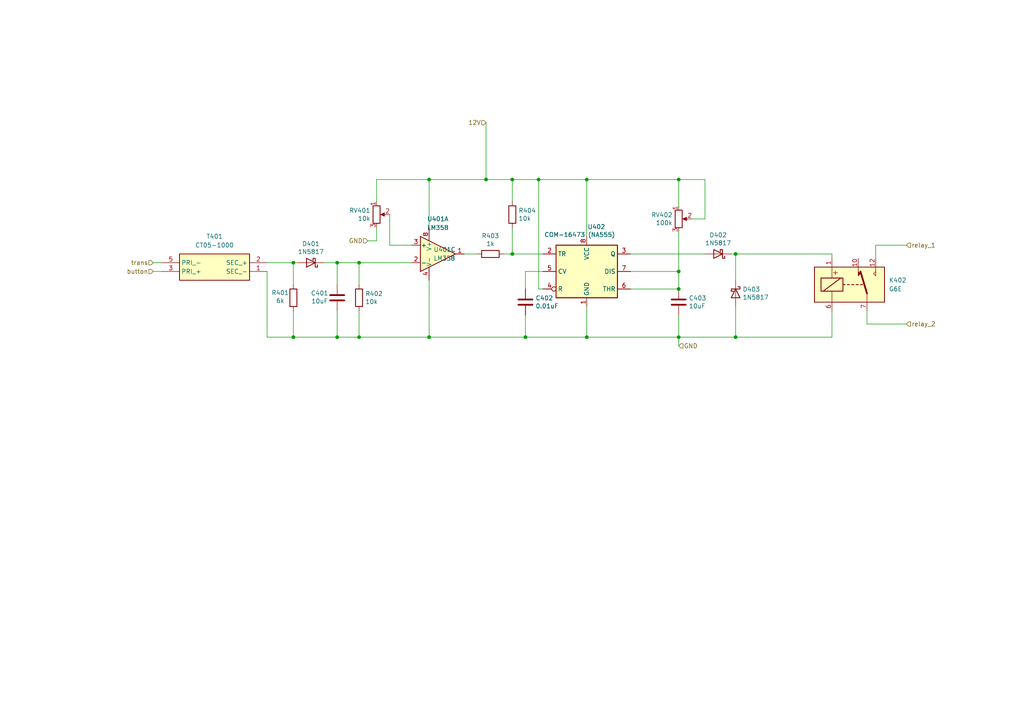
<source format=kicad_sch>
(kicad_sch (version 20250114) (generator "eeschema") (generator_version "9.0")
  (paper "A4")
  (title_block (title "Video Doorbell Adapter") (date "2025-08-26") (rev "0.1.5") (comment 1 "Current Sense and Relay module"))
  (lib_symbols
    (symbol "Amplifier_Operational:LM358" (pin_names (offset 0.127))
      (property "Reference" "U" (at 0 5.08 0))
      (property "Value" "LM358" (at 0 -5.08 0))
      (symbol "LM358_1_1"
        (polyline (pts (xy -5.08 5.08) (xy 5.08 0) (xy -5.08 -5.08) (xy -5.08 5.08)) (stroke (width 0.254)) (fill (type background)))
        (pin input line (at -7.62 2.54 0) (length 2.54) (name "+") (number "3"))
        (pin input line (at -7.62 -2.54 0) (length 2.54) (name "-") (number "2"))
        (pin output line (at 7.62 0 180) (length 2.54) (name "~") (number "1"))
      )
      (symbol "LM358_2_1"
        (polyline (pts (xy -5.08 5.08) (xy 5.08 0) (xy -5.08 -5.08) (xy -5.08 5.08)) (stroke (width 0.254)) (fill (type background)))
        (pin input line (at -7.62 2.54 0) (length 2.54) (name "+") (number "5"))
        (pin input line (at -7.62 -2.54 0) (length 2.54) (name "-") (number "6"))
        (pin output line (at 7.62 0 180) (length 2.54) (name "~") (number "7"))
      )
      (symbol "LM358_3_1"
        (pin power_in line (at -2.54 7.62 270) (length 3.81) (name "V+") (number "8"))
        (pin power_in line (at -2.54 -7.62 90) (length 3.81) (name "V-") (number "4"))
      )
    )
    (symbol "Device:C" (pin_numbers (hide yes)) (pin_names (offset 0.254))
      (property "Reference" "C" (at 0.635 2.54 0))
      (property "Value" "C" (at 0.635 -2.54 0))
      (symbol "C_0_1"
        (polyline (pts (xy -2.032 0.762) (xy 2.032 0.762)) (stroke (width 0.508)))
        (polyline (pts (xy -2.032 -0.762) (xy 2.032 -0.762)) (stroke (width 0.508)))
      )
      (symbol "C_1_1"
        (pin passive line (at 0 3.81 270) (length 2.794) (name "~") (number "1"))
        (pin passive line (at 0 -3.81 90) (length 2.794) (name "~") (number "2"))
      )
    )
    (symbol "Device:R" (pin_numbers (hide yes)) (pin_names (offset 0))
      (property "Reference" "R" (at 2.032 0 90))
      (property "Value" "R" (at 0 0 90))
      (symbol "R_0_1"
        (rectangle (start -1.016 -2.54) (end 1.016 2.54) (stroke (width 0.254)))
      )
      (symbol "R_1_1"
        (pin passive line (at 0 3.81 270) (length 1.27) (name "~") (number "1"))
        (pin passive line (at 0 -3.81 90) (length 1.27) (name "~") (number "2"))
      )
    )
    (symbol "Device:R_POT" (pin_names (offset 1.016) (hide yes))
      (property "Reference" "RV" (at -4.445 0 90))
      (property "Value" "Device_R_POT" (at -2.54 0 90))
      (symbol "R_POT_0_1"
        (rectangle (start 1.016 2.54) (end -1.016 -2.54) (stroke (width 0.254)))
        (polyline (pts (xy 1.143 0) (xy 2.286 0.508) (xy 2.286 -0.508) (xy 1.143 0)) (fill (type outline)))
        (polyline (pts (xy 2.54 0) (xy 1.524 0)))
      )
      (symbol "R_POT_1_1"
        (pin passive line (at 0 3.81 270) (length 1.27) (name "1") (number "1"))
        (pin passive line (at 0 -3.81 90) (length 1.27) (name "3") (number "3"))
        (pin passive line (at 3.81 0 180) (length 1.27) (name "2") (number "2"))
      )
    )
    (symbol "Diode:1N5817" (pin_numbers (hide yes)) (pin_names (offset 1.016) (hide yes))
      (property "Reference" "D" (at 0 2.54 0))
      (property "Value" "1N5817" (at 0 -2.54 0))
      (symbol "1N5817_0_1"
        (polyline (pts (xy -1.905 0.635) (xy -1.905 1.27) (xy -1.27 1.27) (xy -1.27 -1.27) (xy -0.635 -1.27) (xy -0.635 -0.635)) (stroke (width 0.254)))
        (polyline (pts (xy 1.27 1.27) (xy 1.27 -1.27) (xy -1.27 0) (xy 1.27 1.27)) (stroke (width 0.254)))
        (polyline (pts (xy 1.27 0) (xy -1.27 0)))
      )
      (symbol "1N5817_1_1"
        (pin passive line (at -3.81 0 0) (length 2.54) (name "K") (number "1"))
        (pin passive line (at 3.81 0 180) (length 2.54) (name "A") (number "2"))
      )
    )
    (symbol "Relay:G6E"
      (property "Reference" "K" (at 11.43 3.81 0))
      (property "Value" "G6E" (at 11.43 1.27 0))
      (symbol "G6E_0_0"
        (polyline (pts (xy 7.62 5.08) (xy 7.62 2.54) (xy 6.985 3.175) (xy 7.62 3.81)))
        (text "+" (at -4.064 3.556 0) (effects (font (size 1.524 1.524))))
      )
      (symbol "G6E_0_1"
        (rectangle (start -10.16 5.08) (end 10.16 -5.08) (stroke (width 0.254)) (fill (type background)))
        (rectangle (start -8.255 1.905) (end -1.905 -1.905) (stroke (width 0.254)))
        (polyline (pts (xy -7.62 -1.905) (xy -2.54 1.905)) (stroke (width 0.254)))
        (polyline (pts (xy -5.08 5.08) (xy -5.08 1.905)))
        (polyline (pts (xy -5.08 -5.08) (xy -5.08 -1.905)))
        (polyline (pts (xy -1.905 0) (xy -1.27 0)) (stroke (width 0.254)))
        (polyline (pts (xy -0.635 0) (xy 0 0)) (stroke (width 0.254)))
        (polyline (pts (xy 0.635 0) (xy 1.27 0)) (stroke (width 0.254)))
        (polyline (pts (xy 1.905 0) (xy 2.54 0)) (stroke (width 0.254)))
        (polyline (pts (xy 2.54 5.08) (xy 2.54 2.54) (xy 3.175 3.175) (xy 2.54 3.81)) (fill (type outline)))
        (polyline (pts (xy 3.175 0) (xy 3.81 0)) (stroke (width 0.254)))
        (polyline (pts (xy 5.08 -2.54) (xy 3.175 3.81)) (stroke (width 0.508)))
        (polyline (pts (xy 5.08 -2.54) (xy 5.08 -5.08)))
      )
      (symbol "G6E_1_1"
        (pin passive line (at -5.08 7.62 270) (length 2.54) (name "~") (number "1"))
        (pin passive line (at -5.08 -7.62 90) (length 2.54) (name "~") (number "6"))
        (pin passive line (at 2.54 7.62 270) (length 2.54) (name "~") (number "10"))
        (pin passive line (at 5.08 -7.62 90) (length 2.54) (name "~") (number "7"))
        (pin passive line (at 7.62 7.62 270) (length 2.54) (name "~") (number "12"))
      )
    )
    (symbol "Timer:LM555"
      (property "Reference" "U" (at -10.16 8.89 0))
      (property "Value" "Timer_LM555" (at 2.54 8.89 0))
      (symbol "LM555_0_0"
        (pin power_in line (at 0 10.16 270) (length 2.54) (name "VCC") (number "8"))
        (pin power_in line (at 0 -10.16 90) (length 2.54) (name "GND") (number "1"))
      )
      (symbol "LM555_0_1"
        (rectangle (start -8.89 -7.62) (end 8.89 7.62) (stroke (width 0.254)) (fill (type background)))
        (rectangle (start -8.89 -7.62) (end 8.89 7.62) (stroke (width 0.254)) (fill (type background)))
      )
      (symbol "LM555_1_1"
        (pin input line (at -12.7 5.08 0) (length 3.81) (name "TR") (number "2"))
        (pin input line (at -12.7 0 0) (length 3.81) (name "CV") (number "5"))
        (pin input inverted (at -12.7 -5.08 0) (length 3.81) (name "R") (number "4"))
        (pin output line (at 12.7 5.08 180) (length 3.81) (name "Q") (number "3"))
        (pin input line (at 12.7 0 180) (length 3.81) (name "DIS") (number "7"))
        (pin input line (at 12.7 -5.08 180) (length 3.81) (name "THR") (number "6"))
      )
    )
    (symbol "Transformer:CT05-1000"
      (property "Reference" "T" (at 26.67 7.62 0))
      (property "Value" "CT05-1000" (at 26.67 5.08 0))
      (symbol "CT05-1000_1_1"
        (rectangle (start 5.08 2.54) (end 25.4 -5.08) (stroke (width 0.254)) (fill (type background)))
        (pin passive line (at 0 0 0) (length 5.08) (name "SEC_-") (number "1"))
        (pin passive line (at 0 -2.54 0) (length 5.08) (name "SEC_+") (number "2"))
        (pin passive line (at 30.48 0 180) (length 5.08) (name "PRI_+") (number "3"))
        (pin passive line (at 30.48 -2.54 180) (length 5.08) (name "PRI_-") (number "5"))
      )
    )
  )
  (junction (at 213.36 73.66))
  (junction (at 170.18 97.79))
  (junction (at 140.97 52.07))
  (junction (at 85.09 76.2))
  (junction (at 97.79 76.2))
  (junction (at 156.21 52.07))
  (junction (at 85.09 97.79))
  (junction (at 213.36 97.79))
  (junction (at 124.46 52.07))
  (junction (at 148.59 52.07))
  (junction (at 104.14 76.2))
  (junction (at 196.85 97.79))
  (junction (at 148.59 73.66))
  (junction (at 196.85 83.82))
  (junction (at 97.79 97.79))
  (junction (at 196.85 78.74))
  (junction (at 152.4 97.79))
  (junction (at 104.14 97.79))
  (junction (at 124.46 97.79))
  (junction (at 170.18 52.07))
  (junction (at 196.85 52.07))
  (wire (pts (xy 77.47 78.74) (xy 77.47 97.79)))
  (wire (pts (xy 182.88 73.66) (xy 204.47 73.66)))
  (wire (pts (xy 93.98 76.2) (xy 97.79 76.2)))
  (wire (pts (xy 124.46 81.28) (xy 124.46 97.79)))
  (wire (pts (xy 124.46 52.07) (xy 124.46 66.04)))
  (wire (pts (xy 204.47 63.5) (xy 200.66 63.5)))
  (wire (pts (xy 104.14 76.2) (xy 119.38 76.2)))
  (wire (pts (xy 104.14 97.79) (xy 124.46 97.79)))
  (wire (pts (xy 182.88 78.74) (xy 196.85 78.74)))
  (wire (pts (xy 148.59 52.07) (xy 156.21 52.07)))
  (wire (pts (xy 213.36 73.66) (xy 241.3 73.66)))
  (wire (pts (xy 109.22 52.07) (xy 109.22 58.42)))
  (wire (pts (xy 113.03 62.23) (xy 113.03 71.12)))
  (wire (pts (xy 104.14 82.55) (xy 104.14 76.2)))
  (wire (pts (xy 170.18 52.07) (xy 196.85 52.07)))
  (wire (pts (xy 251.46 93.98) (xy 262.89 93.98)))
  (wire (pts (xy 254 71.12) (xy 254 74.93)))
  (wire (pts (xy 170.18 88.9) (xy 170.18 97.79)))
  (wire (pts (xy 196.85 97.79) (xy 196.85 100.33)))
  (wire (pts (xy 113.03 71.12) (xy 119.38 71.12)))
  (wire (pts (xy 251.46 90.17) (xy 251.46 93.98)))
  (wire (pts (xy 140.97 52.07) (xy 148.59 52.07)))
  (wire (pts (xy 109.22 52.07) (xy 124.46 52.07)))
  (wire (pts (xy 148.59 73.66) (xy 157.48 73.66)))
  (wire (pts (xy 196.85 59.69) (xy 196.85 52.07)))
  (wire (pts (xy 148.59 66.04) (xy 148.59 73.66)))
  (wire (pts (xy 146.05 73.66) (xy 148.59 73.66)))
  (wire (pts (xy 241.3 90.17) (xy 241.3 97.79)))
  (wire (pts (xy 44.45 76.2) (xy 46.99 76.2)))
  (wire (pts (xy 104.14 76.2) (xy 97.79 76.2)))
  (wire (pts (xy 152.4 78.74) (xy 152.4 83.82)))
  (wire (pts (xy 97.79 97.79) (xy 104.14 97.79)))
  (wire (pts (xy 97.79 90.17) (xy 97.79 97.79)))
  (wire (pts (xy 262.89 71.12) (xy 254 71.12)))
  (wire (pts (xy 196.85 67.31) (xy 196.85 78.74)))
  (wire (pts (xy 241.3 73.66) (xy 241.3 74.93)))
  (wire (pts (xy 213.36 97.79) (xy 196.85 97.79)))
  (wire (pts (xy 124.46 52.07) (xy 140.97 52.07)))
  (wire (pts (xy 152.4 91.44) (xy 152.4 97.79)))
  (wire (pts (xy 134.62 73.66) (xy 138.43 73.66)))
  (wire (pts (xy 104.14 90.17) (xy 104.14 97.79)))
  (wire (pts (xy 170.18 68.58) (xy 170.18 52.07)))
  (wire (pts (xy 109.22 69.85) (xy 106.68 69.85)))
  (wire (pts (xy 77.47 97.79) (xy 85.09 97.79)))
  (wire (pts (xy 124.46 97.79) (xy 152.4 97.79)))
  (wire (pts (xy 196.85 91.44) (xy 196.85 97.79)))
  (wire (pts (xy 77.47 76.2) (xy 85.09 76.2)))
  (wire (pts (xy 148.59 52.07) (xy 148.59 58.42)))
  (wire (pts (xy 109.22 66.04) (xy 109.22 69.85)))
  (wire (pts (xy 182.88 83.82) (xy 196.85 83.82)))
  (wire (pts (xy 212.09 73.66) (xy 213.36 73.66)))
  (wire (pts (xy 97.79 82.55) (xy 97.79 76.2)))
  (wire (pts (xy 140.97 35.56) (xy 140.97 52.07)))
  (wire (pts (xy 241.3 97.79) (xy 213.36 97.79)))
  (wire (pts (xy 85.09 97.79) (xy 85.09 90.17)))
  (wire (pts (xy 156.21 83.82) (xy 157.48 83.82)))
  (wire (pts (xy 196.85 52.07) (xy 204.47 52.07)))
  (wire (pts (xy 85.09 97.79) (xy 97.79 97.79)))
  (wire (pts (xy 196.85 83.82) (xy 196.85 78.74)))
  (wire (pts (xy 213.36 88.9) (xy 213.36 97.79)))
  (wire (pts (xy 170.18 97.79) (xy 196.85 97.79)))
  (wire (pts (xy 44.45 78.74) (xy 46.99 78.74)))
  (wire (pts (xy 157.48 78.74) (xy 152.4 78.74)))
  (wire (pts (xy 152.4 97.79) (xy 170.18 97.79)))
  (wire (pts (xy 85.09 76.2) (xy 85.09 82.55)))
  (wire (pts (xy 213.36 73.66) (xy 213.36 81.28)))
  (wire (pts (xy 156.21 52.07) (xy 170.18 52.07)))
  (wire (pts (xy 156.21 83.82) (xy 156.21 52.07)))
  (wire (pts (xy 204.47 52.07) (xy 204.47 63.5)))
  (wire (pts (xy 86.36 76.2) (xy 85.09 76.2)))
  (hierarchical_label "12V" (shape input) (at 140.97 35.56 180))
  (hierarchical_label "GND" (shape input) (at 106.68 69.85 180))
  (hierarchical_label "relay_2" (shape input) (at 262.89 93.98 0))
  (hierarchical_label "trans" (shape input) (at 44.45 76.2 180))
  (hierarchical_label "relay_1" (shape input) (at 262.89 71.12 0))
  (hierarchical_label "button" (shape input) (at 44.45 78.74 180))
  (hierarchical_label "GND" (shape input) (at 196.85 100.33 0))
  (symbol (lib_id "Device:R") (at 85.09 86.36 0) (unit 1)
    (property "Reference" "R301" (at 81.28 84.9122 0))
    (property "Value" "6k" (at 81.28 87.2236 0))
    (property "Footprint" "Resistor_THT:R_Axial_DIN0411_L9.9mm_D3.6mm_P15.24mm_Horizontal" (effects (hide yes)))
    (instances (project "doorbell" (path "" (reference "R401") (unit 1)) (path "" (reference "R301") (unit 1)) (path "" (reference "R501") (unit 1))))
  )
  (symbol (lib_id "Device:C") (at 97.79 86.36 0) (unit 1)
    (property "Reference" "C301" (at 92.71 85.0392 0))
    (property "Value" "10uF" (at 92.71 87.3506 0))
    (property "Footprint" "Capacitor_THT:C_Disc_D5.0mm_W2.5mm_P5.00mm" (effects (hide yes)))
    (instances (project "doorbell" (path "" (reference "C401") (unit 1)) (path "" (reference "C301") (unit 1)) (path "" (reference "C501") (unit 1))))
  )
  (symbol (lib_id "Device:R_POT") (at 109.22 62.23 0) (unit 1)
    (property "Reference" "RV301" (at 107.442 61.0616 0) (effects (justify right)))
    (property "Value" "10k" (at 107.442 63.373 0) (effects (justify right)))
    (property "Footprint" "Potentiometer_THT:Potentiometer_Vishay_T93YA_Vertical" (effects (hide yes)))
    (instances (project "doorbell" (path "" (reference "RV401") (unit 1)) (path "" (reference "RV301") (unit 1)) (path "" (reference "RV501") (unit 1))))
  )
  (symbol (lib_id "Timer:LM555") (at 170.18 78.74 0) (unit 1)
    (property "Reference" "U302" (at 172.974 65.786 0))
    (property "Value" "COM-16473 (NA555)" (at 168.148 68.072 0))
    (property "Footprint" "Package_DIP:DIP-8_W7.62mm" (effects (hide yes)))
    (property "Datasheet" "http://www.ti.com/lit/ds/symlink/lm555.pdf" (effects (hide yes)))
    (instances (project "doorbell" (path "" (reference "U402") (unit 1)) (path "" (reference "U302") (unit 1)) (path "" (reference "U502") (unit 1))))
  )
  (symbol (lib_id "Device:R_POT") (at 196.85 63.5 0) (unit 1)
    (property "Reference" "RV302" (at 195.072 62.3316 0) (effects (justify right)))
    (property "Value" "100k" (at 195.072 64.643 0) (effects (justify right)))
    (property "Footprint" "Potentiometer_THT:Potentiometer_Vishay_T73YP_Vertical" (effects (hide yes)))
    (instances (project "doorbell" (path "" (reference "RV402") (unit 1)) (path "" (reference "RV302") (unit 1)) (path "" (reference "RV502") (unit 1))))
  )
  (symbol (lib_id "Device:R") (at 148.59 62.23 0) (unit 1)
    (property "Reference" "R304" (at 150.368 61.0616 0) (effects (justify left)))
    (property "Value" "10k" (at 150.368 63.373 0) (effects (justify left)))
    (property "Footprint" "Resistor_THT:R_Axial_DIN0207_L6.3mm_D2.5mm_P10.16mm_Horizontal" (effects (hide yes)))
    (instances (project "doorbell" (path "" (reference "R404") (unit 1)) (path "" (reference "R304") (unit 1)) (path "" (reference "R504") (unit 1))))
  )
  (symbol (lib_id "Device:R") (at 104.14 86.36 0) (unit 1)
    (property "Reference" "R302" (at 105.918 85.1916 0) (effects (justify left)))
    (property "Value" "10k" (at 105.918 87.503 0) (effects (justify left)))
    (property "Footprint" "Resistor_THT:R_Axial_DIN0207_L6.3mm_D2.5mm_P10.16mm_Horizontal" (effects (hide yes)))
    (instances (project "doorbell" (path "" (reference "R402") (unit 1)) (path "" (reference "R302") (unit 1)) (path "" (reference "R502") (unit 1))))
  )
  (symbol (lib_id "Diode:1N5817") (at 90.17 76.2 180) (unit 1)
    (property "Reference" "D301" (at 90.17 70.7136 0))
    (property "Value" "1N5817" (at 90.17 73.025 0))
    (property "Footprint" "Diode_THT:D_DO-41_SOD81_P10.16mm_Horizontal" (effects (hide yes)))
    (property "Datasheet" "http://www.vishay.com/docs/88525/1n5817.pdf" (effects (hide yes)))
    (instances (project "doorbell" (path "" (reference "D401") (unit 1)) (path "" (reference "D301") (unit 1)) (path "" (reference "D501") (unit 1))))
  )
  (symbol (lib_id "Device:C") (at 152.4 87.63 0) (unit 1)
    (property "Reference" "C302" (at 155.321 86.4616 0) (effects (justify left)))
    (property "Value" "0.01uF" (at 155.321 88.773 0) (effects (justify left)))
    (property "Footprint" "Capacitor_THT:C_Disc_D5.0mm_W2.5mm_P5.00mm" (effects (hide yes)))
    (property "Datasheet" "https://www.mouser.com/datasheet/2/281/RDE_X7R_250V_1kV_E-1670765.pdf" (effects (hide yes)))
    (instances (project "doorbell" (path "" (reference "C402") (unit 1)) (path "" (reference "C302") (unit 1)) (path "" (reference "C502") (unit 1))))
  )
  (symbol (lib_id "Diode:1N5817") (at 208.28 73.66 180) (unit 1)
    (property "Reference" "D302" (at 208.28 68.1736 0))
    (property "Value" "1N5817" (at 208.28 70.485 0))
    (property "Footprint" "Diode_THT:D_DO-41_SOD81_P10.16mm_Horizontal" (effects (hide yes)))
    (property "Datasheet" "http://www.vishay.com/docs/88525/1n5817.pdf" (effects (hide yes)))
    (instances (project "doorbell" (path "" (reference "D402") (unit 1)) (path "" (reference "D302") (unit 1)) (path "" (reference "D502") (unit 1))))
  )
  (symbol (lib_id "Diode:1N5817") (at 213.36 85.09 270) (unit 1)
    (property "Reference" "D303" (at 215.3666 83.9216 90) (effects (justify left)))
    (property "Value" "1N5817" (at 215.3666 86.233 90) (effects (justify left)))
    (property "Footprint" "Diode_THT:D_DO-41_SOD81_P10.16mm_Horizontal" (effects (hide yes)))
    (property "Datasheet" "http://www.vishay.com/docs/88525/1n5817.pdf" (effects (hide yes)))
    (instances (project "doorbell" (path "" (reference "D403") (unit 1)) (path "" (reference "D303") (unit 1)) (path "" (reference "D503") (unit 1))))
  )
  (symbol (lib_id "Device:C") (at 196.85 87.63 0) (unit 1)
    (property "Reference" "C303" (at 199.771 86.4616 0) (effects (justify left)))
    (property "Value" "10uF" (at 199.771 88.773 0) (effects (justify left)))
    (property "Footprint" "Capacitor_THT:C_Disc_D5.0mm_W2.5mm_P5.00mm" (effects (hide yes)))
    (instances (project "doorbell" (path "" (reference "C403") (unit 1)) (path "" (reference "C303") (unit 1)) (path "" (reference "C503") (unit 1))))
  )
  (symbol (lib_id "Device:R") (at 142.24 73.66 270) (unit 1)
    (property "Reference" "R303" (at 142.24 68.4022 90))
    (property "Value" "1k" (at 142.24 70.7136 90))
    (property "Footprint" "Resistor_THT:R_Axial_DIN0207_L6.3mm_D2.5mm_P10.16mm_Horizontal" (effects (hide yes)))
    (instances (project "doorbell" (path "" (reference "R403") (unit 1)) (path "" (reference "R303") (unit 1)) (path "" (reference "R503") (unit 1))))
  )
  (symbol (lib_id "Transformer:CT05-1000") (at 77.47 78.74 180) (unit 1)
    (property "Reference" "T301" (at 62.23 68.58 0))
    (property "Value" "CT05-1000" (at 62.23 71.12 0))
    (property "Footprint" "Transformer_THT:CT051000" (effects (hide yes)))
    (property "Datasheet" "https://www.icecomponents.com/wp-content/uploads/2023/10/CT05SeriesDatasheet.pdf" (effects (hide yes)))
    (property "Description" "Transformers Current Sense 1.9H 25A 50Ohms Radial Through Hole 10kHz, 0.1 V,1kHz, 0.1Vrms. -40C to +130C" (effects (hide yes)))
    (property "Height" "12" (effects (hide yes)))
    (property "Mouser Part Number" "911-CT05-1000" (effects (hide yes)))
    (property "Mouser Price/Stock" "https://www.mouser.co.uk/ProductDetail/ICE-Components/CT05-1000?qs=yR1Mpqbr%2FWIUf8uuw1xvXw%3D%3D" (effects (hide yes)))
    (property "Manufacturer_Name" "ICE Components" (effects (hide yes)))
    (property "Manufacturer_Part_Number" "CT05-1000" (effects (hide yes)))
    (instances (project "doorbell" (path "" (reference "T401") (unit 1)) (path "" (reference "T301") (unit 1)) (path "" (reference "T501") (unit 1))))
  )
  (symbol (lib_id "Amplifier_Operational:LM358") (at 127 73.66 0) (unit 3)
    (property "Reference" "U301" (at 125.73 72.3899 0) (effects (justify left)))
    (property "Value" "LM358" (at 125.73 74.9299 0) (effects (justify left)))
    (property "Footprint" "Package_DIP:DIP-8_W7.62mm" (effects (hide yes)))
    (property "Datasheet" "http://www.ti.com/lit/ds/symlink/lm2904-n.pdf" (effects (hide yes)))
    (property "Description" "Low-Power, Dual Operational Amplifiers, DIP-8/SOIC-8/TO-99-8" (effects (hide yes)))
    (instances (project "" (path "" (reference "U401") (unit 3)) (path "" (reference "U301") (unit 3)) (path "" (reference "U501") (unit 3))))
  )
  (symbol (lib_id "Relay:G6E") (at 246.38 82.55 0) (unit 1)
    (property "Reference" "K302" (at 257.81 81.2799 0) (effects (justify left)))
    (property "Value" "G6E" (at 257.81 83.8199 0) (effects (justify left)))
    (property "Footprint" "Relay_THT:Relay_SPDT_Omron_G6E" (effects (hide yes)))
    (property "Datasheet" "https://www.omron.com/ecb/products/pdf/en-g6e.pdf" (effects (hide yes)))
    (property "Description" "Omron Subminiature Sensitive SPDT Signal Switching Relay, Single-Side Stable" (effects (hide yes)))
    (instances (project "" (path "" (reference "K402") (unit 1)) (path "" (reference "K302") (unit 1)) (path "" (reference "K502") (unit 1))))
  )
  (symbol (lib_id "Amplifier_Operational:LM358") (at 127 73.66 0) (unit 1)
    (property "Reference" "U301" (at 127 63.5 0))
    (property "Value" "LM358" (at 127 66.04 0))
    (property "Footprint" "Package_DIP:DIP-8_W7.62mm" (effects (hide yes)))
    (property "Datasheet" "http://www.ti.com/lit/ds/symlink/lm2904-n.pdf" (effects (hide yes)))
    (property "Description" "Low-Power, Dual Operational Amplifiers, DIP-8/SOIC-8/TO-99-8" (effects (hide yes)))
    (instances (project "" (path "" (reference "U401") (unit 1)) (path "" (reference "U301") (unit 1)) (path "" (reference "U501") (unit 1))))
  )
)
</source>
